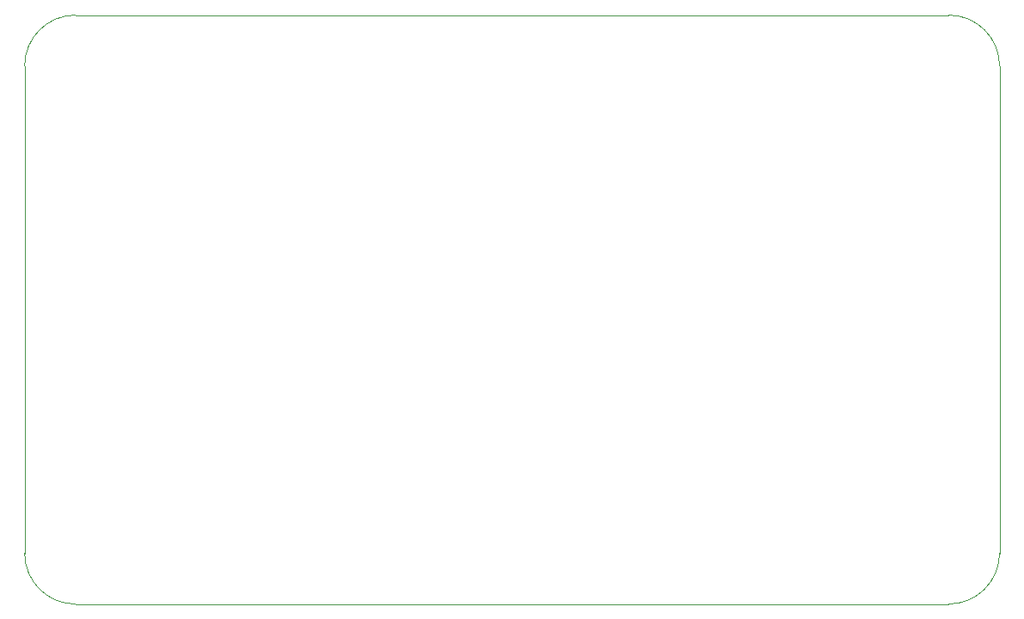
<source format=gbr>
%TF.GenerationSoftware,KiCad,Pcbnew,8.0.2*%
%TF.CreationDate,2024-06-16T11:32:47+08:00*%
%TF.ProjectId,receiver,72656365-6976-4657-922e-6b696361645f,rev?*%
%TF.SameCoordinates,Original*%
%TF.FileFunction,Profile,NP*%
%FSLAX46Y46*%
G04 Gerber Fmt 4.6, Leading zero omitted, Abs format (unit mm)*
G04 Created by KiCad (PCBNEW 8.0.2) date 2024-06-16 11:32:47*
%MOMM*%
%LPD*%
G01*
G04 APERTURE LIST*
%TA.AperFunction,Profile*%
%ADD10C,0.050000*%
%TD*%
G04 APERTURE END LIST*
D10*
X105000000Y-128000000D02*
X104000000Y-128000000D01*
X181000000Y-128000000D02*
X105000000Y-128000000D01*
X99000000Y-123000000D02*
X99000000Y-75000000D01*
X104000000Y-128000000D02*
G75*
G02*
X99000000Y-123000000I0J5000000D01*
G01*
X190000000Y-70000000D02*
X181000000Y-70000000D01*
X99000000Y-75000000D02*
G75*
G02*
X104000000Y-70000000I5000000J0D01*
G01*
X105000000Y-70000000D02*
X104000000Y-70000000D01*
X105000000Y-70000000D02*
X181000000Y-70000000D01*
X190000000Y-70000000D02*
G75*
G02*
X195000000Y-75000000I0J-5000000D01*
G01*
X181000000Y-128000000D02*
X190000000Y-128000000D01*
X195000000Y-123000000D02*
G75*
G02*
X190000000Y-128000000I-5000000J0D01*
G01*
X195000000Y-123000000D02*
X195000000Y-75000000D01*
M02*

</source>
